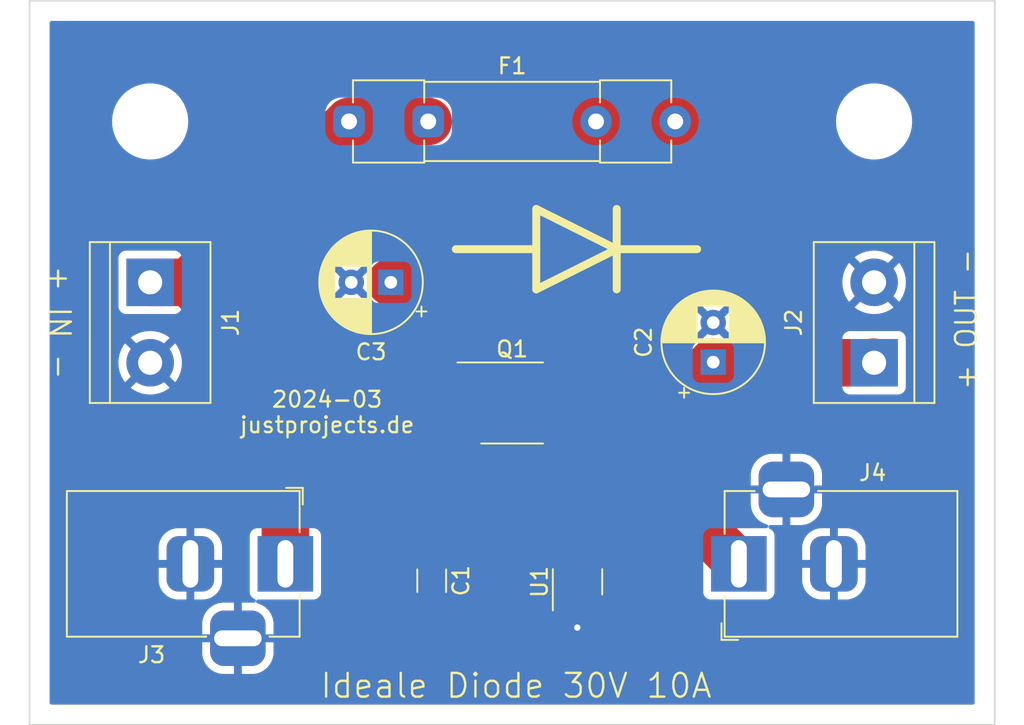
<source format=kicad_pcb>
(kicad_pcb (version 20221018) (generator pcbnew)
  (layers (0 "F.Cu" signal) (31 "B.Cu" signal) (34 "B.Paste" user) (35 "F.Paste" user) (36 "B.SilkS" user "B.Silkscreen") (37 "F.SilkS" user "F.Silkscreen") (38 "B.Mask" user) (39 "F.Mask" user) (44 "Edge.Cuts" user))
  (net 0 "")
  (net 1 "Net-(U1-VCAP)")
  (net 2 "VOUT")
  (net 3 "GND")
  (net 4 "VIN")
  (net 5 "Net-(Q1-G)")
  (net 6 "/VIN_F1")
  (footprint "MountingHole:MountingHole_4.3mm_M4" (layer "F.Cu") (at 119.38 81.85)
    (fp_text reference "REF**" hide)
    (fp_text value "MountingHole_4.3mm_M4")
    (pad "" np_thru_hole circle (at 0 0) (size 4.3 4.3) (drill 4.3) (layers "*.Cu" "*.Mask"))
  )
  (footprint "Fuse:Fuseholder_Clip-5x20mm_Littelfuse_519_Inline_P20.60x5.00mm_D1.00mm_Horizontal" (layer "F.Cu") (at 131.94 81.85)
    (fp_text reference "F1" (at 10.3 -3.5) (layer "F.SilkS"))
    (fp_text value "10A")
    (fp_line (start 0.25 -2.6) (end 0.25 -1.2) (stroke (width 0.12)) (layer "F.SilkS"))
    (fp_line (start 0.25 2.6) (end 0.25 1.2) (stroke (width 0.12)) (layer "F.SilkS"))
    (fp_line (start 4.75 -2.6) (end 0.25 -2.6) (stroke (width 0.12)) (layer "F.SilkS"))
    (fp_line (start 4.75 -2.6) (end 4.75 -1.2) (stroke (width 0.12)) (layer "F.SilkS"))
    (fp_line (start 4.75 2.6) (end 0.25 2.6) (stroke (width 0.12)) (layer "F.SilkS"))
    (fp_line (start 4.75 2.6) (end 4.75 1.2) (stroke (width 0.12)) (layer "F.SilkS"))
    (fp_line (start 15.85 -2.6) (end 15.85 -1.2) (stroke (width 0.12)) (layer "F.SilkS"))
    (fp_line (start 15.85 -2.5) (end 4.75 -2.5) (stroke (width 0.12)) (layer "F.SilkS"))
    (fp_line (start 15.85 2.5) (end 4.75 2.5) (stroke (width 0.12)) (layer "F.SilkS"))
    (fp_line (start 15.85 2.6) (end 15.85 1.2) (stroke (width 0.12)) (layer "F.SilkS"))
    (fp_line (start 15.85 2.6) (end 20.35 2.6) (stroke (width 0.12)) (layer "F.SilkS"))
    (fp_line (start 20.35 -2.6) (end 15.85 -2.6) (stroke (width 0.12)) (layer "F.SilkS"))
    (fp_line (start 20.35 -1.2) (end 20.35 -2.6) (stroke (width 0.12)) (layer "F.SilkS"))
    (fp_line (start 20.35 1.2) (end 20.35 2.6) (stroke (width 0.12)) (layer "F.SilkS"))
    (pad "1" thru_hole roundrect (at 0 0) (size 2 2) (drill 1) (layers "*.Cu" "*.Mask") (net 4 "VIN"))
    (pad "1" thru_hole roundrect (at 5 0) (size 2 2) (drill 1) (layers "*.Cu" "*.Mask") (net 4 "VIN"))
    (pad "2" thru_hole circle (at 15.6 0) (size 2 2) (drill 1) (layers "*.Cu" "*.Mask") (net 6 "/VIN_F1"))
    (pad "2" thru_hole circle (at 20.6 0) (size 2 2) (drill 1) (layers "*.Cu" "*.Mask") (net 6 "/VIN_F1"))
  )
  (footprint "Connector_BarrelJack:BarrelJack_Horizontal" (layer "F.Cu") (at 127.92 109.79)
    (fp_text reference "J3" (at -8.45 5.75) (layer "F.SilkS"))
    (fp_text value "Barrel_Jack_Switch" hide)
    (fp_line (start -13.8 -4.6) (end 0.9 -4.6) (stroke (width 0.12)) (layer "F.SilkS"))
    (fp_line (start -13.8 4.6) (end -13.8 -4.6) (stroke (width 0.12)) (layer "F.SilkS"))
    (fp_line (start -5 4.6) (end -13.8 4.6) (stroke (width 0.12)) (layer "F.SilkS"))
    (fp_line (start 0.05 -4.8) (end 1.1 -4.8) (stroke (width 0.12)) (layer "F.SilkS"))
    (fp_line (start 0.9 -4.6) (end 0.9 -2) (stroke (width 0.12)) (layer "F.SilkS"))
    (fp_line (start 0.9 1.9) (end 0.9 4.6) (stroke (width 0.12)) (layer "F.SilkS"))
    (fp_line (start 0.9 4.6) (end -1 4.6) (stroke (width 0.12)) (layer "F.SilkS"))
    (fp_line (start 1.1 -3.75) (end 1.1 -4.8) (stroke (width 0.12)) (layer "F.SilkS"))
    (pad "1" thru_hole rect (at 0 0) (size 3.5 3.5) (drill oval 1 3) (layers "*.Cu" "*.Mask") (net 4 "VIN"))
    (pad "2" thru_hole roundrect (at -6 0) (size 3 3.5) (drill oval 1 3) (layers "*.Cu" "*.Mask") (net 3 "GND"))
    (pad "3" thru_hole roundrect (at -3 4.7) (size 3.5 3.5) (drill oval 3 1) (layers "*.Cu" "*.Mask") (net 3 "GND"))
  )
  (footprint "TerminalBlock:TerminalBlock_bornier-2_P5.08mm" (layer "F.Cu") (at 165.1 97.09 90)
    (fp_text reference "J2" (at 2.54 -5.08 90) (layer "F.SilkS"))
    (fp_text value "Screw_Terminal_01x02" hide)
    (fp_line (start -2.54 -3.81) (end -2.54 3.81) (stroke (width 0.12)) (layer "F.SilkS"))
    (fp_line (start -2.54 3.81) (end 7.62 3.81) (stroke (width 0.12)) (layer "F.SilkS"))
    (fp_line (start 7.62 -3.81) (end -2.54 -3.81) (stroke (width 0.12)) (layer "F.SilkS"))
    (fp_line (start 7.62 2.54) (end -2.54 2.54) (stroke (width 0.12)) (layer "F.SilkS"))
    (fp_line (start 7.62 3.81) (end 7.62 -3.81) (stroke (width 0.12)) (layer "F.SilkS"))
    (pad "1" thru_hole rect (at 0 0 90) (size 3 3) (drill 1.52) (layers "*.Cu" "*.Mask") (net 2 "VOUT"))
    (pad "2" thru_hole circle (at 5.08 0 90) (size 3 3) (drill 1.52) (layers "*.Cu" "*.Mask") (net 3 "GND"))
  )
  (footprint "Package_SO:SOIC-8_3.9x4.9mm_P1.27mm" (layer "F.Cu") (at 142.24 99.63)
    (fp_text reference "Q1" (at 0 -3.4) (layer "F.SilkS"))
    (fp_text value "IRF8721PBF-1")
    (fp_line (start 0 -2.56) (end -3.45 -2.56) (stroke (width 0.12)) (layer "F.SilkS"))
    (fp_line (start 0 -2.56) (end 1.95 -2.56) (stroke (width 0.12)) (layer "F.SilkS"))
    (fp_line (start 0 2.56) (end -1.95 2.56) (stroke (width 0.12)) (layer "F.SilkS"))
    (fp_line (start 0 2.56) (end 1.95 2.56) (stroke (width 0.12)) (layer "F.SilkS"))
    (pad "1" smd roundrect (at -2.475 -1.905) (size 1.95 0.6) (layers "F.Cu" "F.Paste" "F.Mask") (net 6 "/VIN_F1"))
    (pad "2" smd roundrect (at -2.475 -0.635) (size 1.95 0.6) (layers "F.Cu" "F.Paste" "F.Mask") (net 6 "/VIN_F1"))
    (pad "3" smd roundrect (at -2.475 0.635) (size 1.95 0.6) (layers "F.Cu" "F.Paste" "F.Mask") (net 6 "/VIN_F1"))
    (pad "4" smd roundrect (at -2.475 1.905) (size 1.95 0.6) (layers "F.Cu" "F.Paste" "F.Mask") (net 5 "Net-(Q1-G)"))
    (pad "5" smd roundrect (at 2.475 1.905) (size 1.95 0.6) (layers "F.Cu" "F.Paste" "F.Mask") (net 2 "VOUT"))
    (pad "6" smd roundrect (at 2.475 0.635) (size 1.95 0.6) (layers "F.Cu" "F.Paste" "F.Mask") (net 2 "VOUT"))
    (pad "7" smd roundrect (at 2.475 -0.635) (size 1.95 0.6) (layers "F.Cu" "F.Paste" "F.Mask") (net 2 "VOUT"))
    (pad "8" smd roundrect (at 2.475 -1.905) (size 1.95 0.6) (layers "F.Cu" "F.Paste" "F.Mask") (net 2 "VOUT"))
  )
  (footprint "Capacitor_THT:CP_Radial_D6.3mm_P2.50mm" (layer "F.Cu") (at 134.58 92.01 180)
    (fp_text reference "C3" (at 1.25 -4.4) (layer "F.SilkS"))
    (fp_text value "47uF")
    (fp_line (start -2.250241 -1.839) (end -1.620241 -1.839) (stroke (width 0.12)) (layer "F.SilkS"))
    (fp_line (start -1.935241 -2.154) (end -1.935241 -1.524) (stroke (width 0.12)) (layer "F.SilkS"))
    (fp_line (start 1.25 -3.23) (end 1.25 3.23) (stroke (width 0.12)) (layer "F.SilkS"))
    (fp_line (start 1.29 -3.23) (end 1.29 3.23) (stroke (width 0.12)) (layer "F.SilkS"))
    (fp_line (start 1.33 -3.23) (end 1.33 3.23) (stroke (width 0.12)) (layer "F.SilkS"))
    (fp_line (start 1.37 -3.228) (end 1.37 3.228) (stroke (width 0.12)) (layer "F.SilkS"))
    (fp_line (start 1.41 -3.227) (end 1.41 3.227) (stroke (width 0.12)) (layer "F.SilkS"))
    (fp_line (start 1.45 -3.224) (end 1.45 3.224) (stroke (width 0.12)) (layer "F.SilkS"))
    (fp_line (start 1.49 -3.222) (end 1.49 -1.04) (stroke (width 0.12)) (layer "F.SilkS"))
    (fp_line (start 1.49 1.04) (end 1.49 3.222) (stroke (width 0.12)) (layer "F.SilkS"))
    (fp_line (start 1.53 -3.218) (end 1.53 -1.04) (stroke (width 0.12)) (layer "F.SilkS"))
    (fp_line (start 1.53 1.04) (end 1.53 3.218) (stroke (width 0.12)) (layer "F.SilkS"))
    (fp_line (start 1.57 -3.215) (end 1.57 -1.04) (stroke (width 0.12)) (layer "F.SilkS"))
    (fp_line (start 1.57 1.04) (end 1.57 3.215) (stroke (width 0.12)) (layer "F.SilkS"))
    (fp_line (start 1.61 -3.211) (end 1.61 -1.04) (stroke (width 0.12)) (layer "F.SilkS"))
    (fp_line (start 1.61 1.04) (end 1.61 3.211) (stroke (width 0.12)) (layer "F.SilkS"))
    (fp_line (start 1.65 -3.206) (end 1.65 -1.04) (stroke (width 0.12)) (layer "F.SilkS"))
    (fp_line (start 1.65 1.04) (end 1.65 3.206) (stroke (width 0.12)) (layer "F.SilkS"))
    (fp_line (start 1.69 -3.201) (end 1.69 -1.04) (stroke (width 0.12)) (layer "F.SilkS"))
    (fp_line (start 1.69 1.04) (end 1.69 3.201) (stroke (width 0.12)) (layer "F.SilkS"))
    (fp_line (start 1.73 -3.195) (end 1.73 -1.04) (stroke (width 0.12)) (layer "F.SilkS"))
    (fp_line (start 1.73 1.04) (end 1.73 3.195) (stroke (width 0.12)) (layer "F.SilkS"))
    (fp_line (start 1.77 -3.189) (end 1.77 -1.04) (stroke (width 0.12)) (layer "F.SilkS"))
    (fp_line (start 1.77 1.04) (end 1.77 3.189) (stroke (width 0.12)) (layer "F.SilkS"))
    (fp_line (start 1.81 -3.182) (end 1.81 -1.04) (stroke (width 0.12)) (layer "F.SilkS"))
    (fp_line (start 1.81 1.04) (end 1.81 3.182) (stroke (width 0.12)) (layer "F.SilkS"))
    (fp_line (start 1.85 -3.175) (end 1.85 -1.04) (stroke (width 0.12)) (layer "F.SilkS"))
    (fp_line (start 1.85 1.04) (end 1.85 3.175) (stroke (width 0.12)) (layer "F.SilkS"))
    (fp_line (start 1.89 -3.167) (end 1.89 -1.04) (stroke (width 0.12)) (layer "F.SilkS"))
    (fp_line (start 1.89 1.04) (end 1.89 3.167) (stroke (width 0.12)) (layer "F.SilkS"))
    (fp_line (start 1.93 -3.159) (end 1.93 -1.04) (stroke (width 0.12)) (layer "F.SilkS"))
    (fp_line (start 1.93 1.04) (end 1.93 3.159) (stroke (width 0.12)) (layer "F.SilkS"))
    (fp_line (start 1.971 -3.15) (end 1.971 -1.04) (stroke (width 0.12)) (layer "F.SilkS"))
    (fp_line (start 1.971 1.04) (end 1.971 3.15) (stroke (width 0.12)) (layer "F.SilkS"))
    (fp_line (start 2.011 -3.141) (end 2.011 -1.04) (stroke (width 0.12)) (layer "F.SilkS"))
    (fp_line (start 2.011 1.04) (end 2.011 3.141) (stroke (width 0.12)) (layer "F.SilkS"))
    (fp_line (start 2.051 -3.131) (end 2.051 -1.04) (stroke (width 0.12)) (layer "F.SilkS"))
    (fp_line (start 2.051 1.04) (end 2.051 3.131) (stroke (width 0.12)) (layer "F.SilkS"))
    (fp_line (start 2.091 -3.121) (end 2.091 -1.04) (stroke (width 0.12)) (layer "F.SilkS"))
    (fp_line (start 2.091 1.04) (end 2.091 3.121) (stroke (width 0.12)) (layer "F.SilkS"))
    (fp_line (start 2.131 -3.11) (end 2.131 -1.04) (stroke (width 0.12)) (layer "F.SilkS"))
    (fp_line (start 2.131 1.04) (end 2.131 3.11) (stroke (width 0.12)) (layer "F.SilkS"))
    (fp_line (start 2.171 -3.098) (end 2.171 -1.04) (stroke (width 0.12)) (layer "F.SilkS"))
    (fp_line (start 2.171 1.04) (end 2.171 3.098) (stroke (width 0.12)) (layer "F.SilkS"))
    (fp_line (start 2.211 -3.086) (end 2.211 -1.04) (stroke (width 0.12)) (layer "F.SilkS"))
    (fp_line (start 2.211 1.04) (end 2.211 3.086) (stroke (width 0.12)) (layer "F.SilkS"))
    (fp_line (start 2.251 -3.074) (end 2.251 -1.04) (stroke (width 0.12)) (layer "F.SilkS"))
    (fp_line (start 2.251 1.04) (end 2.251 3.074) (stroke (width 0.12)) (layer "F.SilkS"))
    (fp_line (start 2.291 -3.061) (end 2.291 -1.04) (stroke (width 0.12)) (layer "F.SilkS"))
    (fp_line (start 2.291 1.04) (end 2.291 3.061) (stroke (width 0.12)) (layer "F.SilkS"))
    (fp_line (start 2.331 -3.047) (end 2.331 -1.04) (stroke (width 0.12)) (layer "F.SilkS"))
    (fp_line (start 2.331 1.04) (end 2.331 3.047) (stroke (width 0.12)) (layer "F.SilkS"))
    (fp_line (start 2.371 -3.033) (end 2.371 -1.04) (stroke (width 0.12)) (layer "F.SilkS"))
    (fp_line (start 2.371 1.04) (end 2.371 3.033) (stroke (width 0.12)) (layer "F.SilkS"))
    (fp_line (start 2.411 -3.018) (end 2.411 -1.04) (stroke (width 0.12)) (layer "F.SilkS"))
    (fp_line (start 2.411 1.04) (end 2.411 3.018) (stroke (width 0.12)) (layer "F.SilkS"))
    (fp_line (start 2.451 -3.002) (end 2.451 -1.04) (stroke (width 0.12)) (layer "F.SilkS"))
    (fp_line (start 2.451 1.04) (end 2.451 3.002) (stroke (width 0.12)) (layer "F.SilkS"))
    (fp_line (start 2.491 -2.986) (end 2.491 -1.04) (stroke (width 0.12)) (layer "F.SilkS"))
    (fp_line (start 2.491 1.04) (end 2.491 2.986) (stroke (width 0.12)) (layer "F.SilkS"))
    (fp_line (start 2.531 -2.97) (end 2.531 -1.04) (stroke (width 0.12)) (layer "F.SilkS"))
    (fp_line (start 2.531 1.04) (end 2.531 2.97) (stroke (width 0.12)) (layer "F.SilkS"))
    (fp_line (start 2.571 -2.952) (end 2.571 -1.04) (stroke (width 0.12)) (layer "F.SilkS"))
    (fp_line (start 2.571 1.04) (end 2.571 2.952) (stroke (width 0.12)) (layer "F.SilkS"))
    (fp_line (start 2.611 -2.934) (end 2.611 -1.04) (stroke (width 0.12)) (layer "F.SilkS"))
    (fp_line (start 2.611 1.04) (end 2.611 2.934) (stroke (width 0.12)) (layer "F.SilkS"))
    (fp_line (start 2.651 -2.916) (end 2.651 -1.04) (stroke (width 0.12)) (layer "F.SilkS"))
    (fp_line (start 2.651 1.04) (end 2.651 2.916) (stroke (width 0.12)) (layer "F.SilkS"))
    (fp_line (start 2.691 -2.896) (end 2.691 -1.04) (stroke (width 0.12)) (layer "F.SilkS"))
    (fp_line (start 2.691 1.04) (end 2.691 2.896) (stroke (width 0.12)) (layer "F.SilkS"))
    (fp_line (start 2.731 -2.876) (end 2.731 -1.04) (stroke (width 0.12)) (layer "F.SilkS"))
    (fp_line (start 2.731 1.04) (end 2.731 2.876) (stroke (width 0.12)) (layer "F.SilkS"))
    (fp_line (start 2.771 -2.856) (end 2.771 -1.04) (stroke (width 0.12)) (layer "F.SilkS"))
    (fp_line (start 2.771 1.04) (end 2.771 2.856) (stroke (width 0.12)) (layer "F.SilkS"))
    (fp_line (start 2.811 -2.834) (end 2.811 -1.04) (stroke (width 0.12)) (layer "F.SilkS"))
    (fp_line (start 2.811 1.04) (end 2.811 2.834) (stroke (width 0.12)) (layer "F.SilkS"))
    (fp_line (start 2.851 -2.812) (end 2.851 -1.04) (stroke (width 0.12)) (layer "F.SilkS"))
    (fp_line (start 2.851 1.04) (end 2.851 2.812) (stroke (width 0.12)) (layer "F.SilkS"))
    (fp_line (start 2.891 -2.79) (end 2.891 -1.04) (stroke (width 0.12)) (layer "F.SilkS"))
    (fp_line (start 2.891 1.04) (end 2.891 2.79) (stroke (width 0.12)) (layer "F.SilkS"))
    (fp_line (start 2.931 -2.766) (end 2.931 -1.04) (stroke (width 0.12)) (layer "F.SilkS"))
    (fp_line (start 2.931 1.04) (end 2.931 2.766) (stroke (width 0.12)) (layer "F.SilkS"))
    (fp_line (start 2.971 -2.742) (end 2.971 -1.04) (stroke (width 0.12)) (layer "F.SilkS"))
    (fp_line (start 2.971 1.04) (end 2.971 2.742) (stroke (width 0.12)) (layer "F.SilkS"))
    (fp_line (start 3.011 -2.716) (end 3.011 -1.04) (stroke (width 0.12)) (layer "F.SilkS"))
    (fp_line (start 3.011 1.04) (end 3.011 2.716) (stroke (width 0.12)) (layer "F.SilkS"))
    (fp_line (start 3.051 -2.69) (end 3.051 -1.04) (stroke (width 0.12)) (layer "F.SilkS"))
    (fp_line (start 3.051 1.04) (end 3.051 2.69) (stroke (width 0.12)) (layer "F.SilkS"))
    (fp_line (start 3.091 -2.664) (end 3.091 -1.04) (stroke (width 0.12)) (layer "F.SilkS"))
    (fp_line (start 3.091 1.04) (end 3.091 2.664) (stroke (width 0.12)) (layer "F.SilkS"))
    (fp_line (start 3.131 -2.636) (end 3.131 -1.04) (stroke (width 0.12)) (layer "F.SilkS"))
    (fp_line (start 3.131 1.04) (end 3.131 2.636) (stroke (width 0.12)) (layer "F.SilkS"))
    (fp_line (start 3.171 -2.607) (end 3.171 -1.04) (stroke (width 0.12)) (layer "F.SilkS"))
    (fp_line (start 3.171 1.04) (end 3.171 2.607) (stroke (width 0.12)) (layer "F.SilkS"))
    (fp_line (start 3.211 -2.578) (end 3.211 -1.04) (stroke (width 0.12)) (layer "F.SilkS"))
    (fp_line (start 3.211 1.04) (end 3.211 2.578) (stroke (width 0.12)) (layer "F.SilkS"))
    (fp_line (start 3.251 -2.548) (end 3.251 -1.04) (stroke (width 0.12)) (layer "F.SilkS"))
    (fp_line (start 3.251 1.04) (end 3.251 2.548) (stroke (width 0.12)) (layer "F.SilkS"))
    (fp_line (start 3.291 -2.516) (end 3.291 -1.04) (stroke (width 0.12)) (layer "F.SilkS"))
    (fp_line (start 3.291 1.04) (end 3.291 2.516) (stroke (width 0.12)) (layer "F.SilkS"))
    (fp_line (start 3.331 -2.484) (end 3.331 -1.04) (stroke (width 0.12)) (layer "F.SilkS"))
    (fp_line (start 3.331 1.04) (end 3.331 2.484) (stroke (width 0.12)) (layer "F.SilkS"))
    (fp_line (start 3.371 -2.45) (end 3.371 -1.04) (stroke (width 0.12)) (layer "F.SilkS"))
    (fp_line (start 3.371 1.04) (end 3.371 2.45) (stroke (width 0.12)) (layer "F.SilkS"))
    (fp_line (start 3.411 -2.416) (end 3.411 -1.04) (stroke (width 0.12)) (layer "F.SilkS"))
    (fp_line (start 3.411 1.04) (end 3.411 2.416) (stroke (width 0.12)) (layer "F.SilkS"))
    (fp_line (start 3.451 -2.38) (end 3.451 -1.04) (stroke (width 0.12)) (layer "F.SilkS"))
    (fp_line (start 3.451 1.04) (end 3.451 2.38) (stroke (width 0.12)) (layer "F.SilkS"))
    (fp_line (start 3.491 -2.343) (end 3.491 -1.04) (stroke (width 0.12)) (layer "F.SilkS"))
    (fp_line (start 3.491 1.04) (end 3.491 2.343) (stroke (width 0.12)) (layer "F.SilkS"))
    (fp_line (start 3.531 -2.305) (end 3.531 -1.04) (stroke (width 0.12)) (layer "F.SilkS"))
    (fp_line (start 3.531 1.04) (end 3.531 2.305) (stroke (width 0.12)) (layer "F.SilkS"))
    (fp_line (start 3.571 -2.265) (end 3.571 2.265) (stroke (width 0.12)) (layer "F.SilkS"))
    (fp_line (start 3.611 -2.224) (end 3.611 2.224) (stroke (width 0.12)) (layer "F.SilkS"))
    (fp_line (start 3.651 -2.182) (end 3.651 2.182) (stroke (width 0.12)) (layer "F.SilkS"))
    (fp_line (start 3.691 -2.137) (end 3.691 2.137) (stroke (width 0.12)) (layer "F.SilkS"))
    (fp_line (start 3.731 -2.092) (end 3.731 2.092) (stroke (width 0.12)) (layer "F.SilkS"))
    (fp_line (start 3.771 -2.044) (end 3.771 2.044) (stroke (width 0.12)) (layer "F.SilkS"))
    (fp_line (start 3.811 -1.995) (end 3.811 1.995) (stroke (width 0.12)) (layer "F.SilkS"))
    (fp_line (start 3.851 -1.944) (end 3.851 1.944) (stroke (width 0.12)) (layer "F.SilkS"))
    (fp_line (start 3.891 -1.89) (end 3.891 1.89) (stroke (width 0.12)) (layer "F.SilkS"))
    (fp_line (start 3.931 -1.834) (end 3.931 1.834) (stroke (width 0.12)) (layer "F.SilkS"))
    (fp_line (start 3.971 -1.776) (end 3.971 1.776) (stroke (width 0.12)) (layer "F.SilkS"))
    (fp_line (start 4.011 -1.714) (end 4.011 1.714) (stroke (width 0.12)) (layer "F.SilkS"))
    (fp_line (start 4.051 -1.65) (end 4.051 1.65) (stroke (width 0.12)) (layer "F.SilkS"))
    (fp_line (start 4.091 -1.581) (end 4.091 1.581) (stroke (width 0.12)) (layer "F.SilkS"))
    (fp_line (start 4.131 -1.509) (end 4.131 1.509) (stroke (width 0.12)) (layer "F.SilkS"))
    (fp_line (start 4.171 -1.432) (end 4.171 1.432) (stroke (width 0.12)) (layer "F.SilkS"))
    (fp_line (start 4.211 -1.35) (end 4.211 1.35) (stroke (width 0.12)) (layer "F.SilkS"))
    (fp_line (start 4.251 -1.262) (end 4.251 1.262) (stroke (width 0.12)) (layer "F.SilkS"))
    (fp_line (start 4.291 -1.165) (end 4.291 1.165) (stroke (width 0.12)) (layer "F.SilkS"))
    (fp_line (start 4.331 -1.059) (end 4.331 1.059) (stroke (width 0.12)) (layer "F.SilkS"))
    (fp_line (start 4.371 -0.94) (end 4.371 0.94) (stroke (width 0.12)) (layer "F.SilkS"))
    (fp_line (start 4.411 -0.802) (end 4.411 0.802) (stroke (width 0.12)) (layer "F.SilkS"))
    (fp_line (start 4.451 -0.633) (end 4.451 0.633) (stroke (width 0.12)) (layer "F.SilkS"))
    (fp_line (start 4.491 -0.402) (end 4.491 0.402) (stroke (width 0.12)) (layer "F.SilkS"))
    (fp_circle (center 1.25 0) (end 4.52 0) (stroke (width 0.12)) (fill none) (layer "F.SilkS"))
    (pad "1" thru_hole rect (at 0 0 180) (size 1.6 1.6) (drill 0.8) (layers "*.Cu" "*.Mask") (net 6 "/VIN_F1"))
    (pad "2" thru_hole circle (at 2.5 0 180) (size 1.6 1.6) (drill 0.8) (layers "*.Cu" "*.Mask") (net 3 "GND"))
  )
  (footprint "Capacitor_THT:CP_Radial_D6.3mm_P2.50mm" (layer "F.Cu") (at 154.94 97.05 90)
    (fp_text reference "C2" (at 1.25 -4.4 90) (layer "F.SilkS"))
    (fp_text value "47uF")
    (fp_line (start -2.250241 -1.839) (end -1.620241 -1.839) (stroke (width 0.12)) (layer "F.SilkS"))
    (fp_line (start -1.935241 -2.154) (end -1.935241 -1.524) (stroke (width 0.12)) (layer "F.SilkS"))
    (fp_line (start 1.25 -3.23) (end 1.25 3.23) (stroke (width 0.12)) (layer "F.SilkS"))
    (fp_line (start 1.29 -3.23) (end 1.29 3.23) (stroke (width 0.12)) (layer "F.SilkS"))
    (fp_line (start 1.33 -3.23) (end 1.33 3.23) (stroke (width 0.12)) (layer "F.SilkS"))
    (fp_line (start 1.37 -3.228) (end 1.37 3.228) (stroke (width 0.12)) (layer "F.SilkS"))
    (fp_line (start 1.41 -3.227) (end 1.41 3.227) (stroke (width 0.12)) (layer "F.SilkS"))
    (fp_line (start 1.45 -3.224) (end 1.45 3.224) (stroke (width 0.12)) (layer "F.SilkS"))
    (fp_line (start 1.49 -3.222) (end 1.49 -1.04) (stroke (width 0.12)) (layer "F.SilkS"))
    (fp_line (start 1.49 1.04) (end 1.49 3.222) (stroke (width 0.12)) (layer "F.SilkS"))
    (fp_line (start 1.53 -3.218) (end 1.53 -1.04) (stroke (width 0.12)) (layer "F.SilkS"))
    (fp_line (start 1.53 1.04) (end 1.53 3.218) (stroke (width 0.12)) (layer "F.SilkS"))
    (fp_line (start 1.57 -3.215) (end 1.57 -1.04) (stroke (width 0.12)) (layer "F.SilkS"))
    (fp_line (start 1.57 1.04) (end 1.57 3.215) (stroke (width 0.12)) (layer "F.SilkS"))
    (fp_line (start 1.61 -3.211) (end 1.61 -1.04) (stroke (width 0.12)) (layer "F.SilkS"))
    (fp_line (start 1.61 1.04) (end 1.61 3.211) (stroke (width 0.12)) (layer "F.SilkS"))
    (fp_line (start 1.65 -3.206) (end 1.65 -1.04) (stroke (width 0.12)) (layer "F.SilkS"))
    (fp_line (start 1.65 1.04) (end 1.65 3.206) (stroke (width 0.12)) (layer "F.SilkS"))
    (fp_line (start 1.69 -3.201) (end 1.69 -1.04) (stroke (width 0.12)) (layer "F.SilkS"))
    (fp_line (start 1.69 1.04) (end 1.69 3.201) (stroke (width 0.12)) (layer "F.SilkS"))
    (fp_line (start 1.73 -3.195) (end 1.73 -1.04) (stroke (width 0.12)) (layer "F.SilkS"))
    (fp_line (start 1.73 1.04) (end 1.73 3.195) (stroke (width 0.12)) (layer "F.SilkS"))
    (fp_line (start 1.77 -3.189) (end 1.77 -1.04) (stroke (width 0.12)) (layer "F.SilkS"))
    (fp_line (start 1.77 1.04) (end 1.77 3.189) (stroke (width 0.12)) (layer "F.SilkS"))
    (fp_line (start 1.81 -3.182) (end 1.81 -1.04) (stroke (width 0.12)) (layer "F.SilkS"))
    (fp_line (start 1.81 1.04) (end 1.81 3.182) (stroke (width 0.12)) (layer "F.SilkS"))
    (fp_line (start 1.85 -3.175) (end 1.85 -1.04) (stroke (width 0.12)) (layer "F.SilkS"))
    (fp_line (start 1.85 1.04) (end 1.85 3.175) (stroke (width 0.12)) (layer "F.SilkS"))
    (fp_line (start 1.89 -3.167) (end 1.89 -1.04) (stroke (width 0.12)) (layer "F.SilkS"))
    (fp_line (start 1.89 1.04) (end 1.89 3.167) (stroke (width 0.12)) (layer "F.SilkS"))
    (fp_line (start 1.93 -3.159) (end 1.93 -1.04) (stroke (width 0.12)) (layer "F.SilkS"))
    (fp_line (start 1.93 1.04) (end 1.93 3.159) (stroke (width 0.12)) (layer "F.SilkS"))
    (fp_line (start 1.971 -3.15) (end 1.971 -1.04) (stroke (width 0.12)) (layer "F.SilkS"))
    (fp_line (start 1.971 1.04) (end 1.971 3.15) (stroke (width 0.12)) (layer "F.SilkS"))
    (fp_line (start 2.011 -3.141) (end 2.011 -1.04) (stroke (width 0.12)) (layer "F.SilkS"))
    (fp_line (start 2.011 1.04) (end 2.011 3.141) (stroke (width 0.12)) (layer "F.SilkS"))
    (fp_line (start 2.051 -3.131) (end 2.051 -1.04) (stroke (width 0.12)) (layer "F.SilkS"))
    (fp_line (start 2.051 1.04) (end 2.051 3.131) (stroke (width 0.12)) (layer "F.SilkS"))
    (fp_line (start 2.091 -3.121) (end 2.091 -1.04) (stroke (width 0.12)) (layer "F.SilkS"))
    (fp_line (start 2.091 1.04) (end 2.091 3.121) (stroke (width 0.12)) (layer "F.SilkS"))
    (fp_line (start 2.131 -3.11) (end 2.131 -1.04) (stroke (width 0.12)) (layer "F.SilkS"))
    (fp_line (start 2.131 1.04) (end 2.131 3.11) (stroke (width 0.12)) (layer "F.SilkS"))
    (fp_line (start 2.171 -3.098) (end 2.171 -1.04) (stroke (width 0.12)) (layer "F.SilkS"))
    (fp_line (start 2.171 1.04) (end 2.171 3.098) (stroke (width 0.12)) (layer "F.SilkS"))
    (fp_line (start 2.211 -3.086) (end 2.211 -1.04) (stroke (width 0.12)) (layer "F.SilkS"))
    (fp_line (start 2.211 1.04) (end 2.211 3.086) (stroke (width 0.12)) (layer "F.SilkS"))
    (fp_line (start 2.251 -3.074) (end 2.251 -1.04) (stroke (width 0.12)) (layer "F.SilkS"))
    (fp_line (start 2.251 1.04) (end 2.251 3.074) (stroke (width 0.12)) (layer "F.SilkS"))
    (fp_line (start 2.291 -3.061) (end 2.291 -1.04) (stroke (width 0.12)) (layer "F.SilkS"))
    (fp_line (start 2.291 1.04) (end 2.291 3.061) (stroke (width 0.12)) (layer "F.SilkS"))
    (fp_line (start 2.331 -3.047) (end 2.331 -1.04) (stroke (width 0.12)) (layer "F.SilkS"))
    (fp_line (start 2.331 1.04) (end 2.331 3.047) (stroke (width 0.12)) (layer "F.SilkS"))
    (fp_line (start 2.371 -3.033) (end 2.371 -1.04) (stroke (width 0.12)) (layer "F.SilkS"))
    (fp_line (start 2.371 1.04) (end 2.371 3.033) (stroke (width 0.12)) (layer "F.SilkS"))
    (fp_line (start 2.411 -3.018) (end 2.411 -1.04) (stroke (width 0.12)) (layer "F.SilkS"))
    (fp_line (start 2.411 1.04) (end 2.411 3.018) (stroke (width 0.12)) (layer "F.SilkS"))
    (fp_line (start 2.451 -3.002) (end 2.451 -1.04) (stroke (width 0.12)) (layer "F.SilkS"))
    (fp_line (start 2.451 1.04) (end 2.451 3.002) (stroke (width 0.12)) (layer "F.SilkS"))
    (fp_line (start 2.491 -2.986) (end 2.491 -1.04) (stroke (width 0.12)) (layer "F.SilkS"))
    (fp_line (start 2.491 1.04) (end 2.491 2.986) (stroke (width 0.12)) (layer "F.SilkS"))
    (fp_line (start 2.531 -2.97) (end 2.531 -1.04) (stroke (width 0.12)) (layer "F.SilkS"))
    (fp_line (start 2.531 1.04) (end 2.531 2.97) (stroke (width 0.12)) (layer "F.SilkS"))
    (fp_line (start 2.571 -2.952) (end 2.571 -1.04) (stroke (width 0.12)) (layer "F.SilkS"))
    (fp_line (start 2.571 1.04) (end 2.571 2.952) (stroke (width 0.12)) (layer "F.SilkS"))
    (fp_line (start 2.611 -2.934) (end 2.611 -1.04) (stroke (width 0.12)) (layer "F.SilkS"))
    (fp_line (start 2.611 1.04) (end 2.611 2.934) (stroke (width 0.12)) (layer "F.SilkS"))
    (fp_line (start 2.651 -2.916) (end 2.651 -1.04) (stroke (width 0.12)) (layer "F.SilkS"))
    (fp_line (start 2.651 1.04) (end 2.651 2.916) (stroke (width 0.12)) (layer "F.SilkS"))
    (fp_line (start 2.691 -2.896) (end 2.691 -1.04) (stroke (width 0.12)) (layer "F.SilkS"))
    (fp_line (start 2.691 1.04) (end 2.691 2.896) (stroke (width 0.12)) (layer "F.SilkS"))
    (fp_line (start 2.731 -2.876) (end 2.731 -1.04) (stroke (width 0.12)) (layer "F.SilkS"))
    (fp_line (start 2.731 1.04) (end 2.731 2.876) (stroke (width 0.12)) (layer "F.SilkS"))
    (fp_line (start 2.771 -2.856) (end 2.771 -1.04) (stroke (width 0.12)) (layer "F.SilkS"))
    (fp_line (start 2.771 1.04) (end 2.771 2.856) (stroke (width 0.12)) (layer "F.SilkS"))
    (fp_line (start 2.811 -2.834) (end 2.811 -1.04) (stroke (width 0.12)) (layer "F.SilkS"))
    (fp_line (start 2.811 1.04) (end 2.811 2.834) (stroke (width 0.12)) (layer "F.SilkS"))
    (fp_line (start 2.851 -2.812) (end 2.851 -1.04) (stroke (width 0.12)) (layer "F.SilkS"))
    (fp_line (start 2.851 1.04) (end 2.851 2.812) (stroke (width 0.12)) (layer "F.SilkS"))
    (fp_line (start 2.891 -2.79) (end 2.891 -1.04) (stroke (width 0.12)) (layer "F.SilkS"))
    (fp_line (start 2.891 1.04) (end 2.891 2.79) (stroke (width 0.12)) (layer "F.SilkS"))
    (fp_line (start 2.931 -2.766) (end 2.931 -1.04) (stroke (width 0.12)) (layer "F.SilkS"))
    (fp_line (start 2.931 1.04) (end 2.931 2.766) (stroke (width 0.12)) (layer "F.SilkS"))
    (fp_line (start 2.971 -2.742) (end 2.971 -1.04) (stroke (width 0.12)) (layer "F.SilkS"))
    (fp_line (start 2.971 1.04) (end 2.971 2.742) (stroke (width 0.12)) (layer "F.SilkS"))
    (fp_line (start 3.011 -2.716) (end 3.011 -1.04) (stroke (width 0.12)) (layer "F.SilkS"))
    (fp_line (start 3.011 1.04) (end 3.011 2.716) (stroke (width 0.12)) (layer "F.SilkS"))
    (fp_line (start 3.051 -2.69) (end 3.051 -1.04) (stroke (width 0.12)) (layer "F.SilkS"))
    (fp_line (start 3.051 1.04) (end 3.051 2.69) (stroke (width 0.12)) (layer "F.SilkS"))
    (fp_line (start 3.091 -2.664) (end 3.091 -1.04) (stroke (width 0.12)) (layer "F.SilkS"))
    (fp_line (start 3.091 1.04) (end 3.091 2.664) (stroke (width 0.12)) (layer "F.SilkS"))
    (fp_line (start 3.131 -2.636) (end 3.131 -1.04) (stroke (width 0.12)) (layer "F.SilkS"))
    (fp_line (start 3.131 1.04) (end 3.131 2.636) (stroke (width 0.12)) (layer "F.SilkS"))
    (fp_line (start 3.171 -2.607) (end 3.171 -1.04) (stroke (width 0.12)) (layer "F.SilkS"))
    (fp_line (start 3.171 1.04) (end 3.171 2.607) (stroke (width 0.12)) (layer "F.SilkS"))
    (fp_line (start 3.211 -2.578) (end 3.211 -1.04) (stroke (width 0.12)) (layer "F.SilkS"))
    (fp_line (start 3.211 1.04) (end 3.211 2.578) (stroke (width 0.12)) (layer "F.SilkS"))
    (fp_line (start 3.251 -2.548) (end 3.251 -1.04) (stroke (width 0.12)) (layer "F.SilkS"))
    (fp_line (start 3.251 1.04) (end 3.251 2.548) (stroke (width 0.12)) (layer "F.SilkS"))
    (fp_line (start 3.291 -2.516) (end 3.291 -1.04) (stroke (width 0.12)) (layer "F.SilkS"))
    (fp_line (start 3.291 1.04) (end 3.291 2.516) (stroke (width 0.12)) (layer "F.SilkS"))
    (fp_line (start 3.331 -2.484) (end 3.331 -1.04) (stroke (width 0.12)) (layer "F.SilkS"))
    (fp_line (start 3.331 1.04) (end 3.331 2.484) (stroke (width 0.12)) (layer "F.SilkS"))
    (fp_line (start 3.371 -2.45) (end 3.371 -1.04) (stroke (width 0.12)) (layer "F.SilkS"))
    (fp_line (start 3.371 1.04) (end 3.371 2.45) (stroke (width 0.12)) (layer "F.SilkS"))
    (fp_line (start 3.411 -2.416) (end 3.411 -1.04) (stroke (width 0.12)) (layer "F.SilkS"))
    (fp_line (start 3.411 1.04) (end 3.411 2.416) (stroke (width 0.12)) (layer "F.SilkS"))
    (fp_line (start 3.451 -2.38) (end 3.451 -1.04) (stroke (width 0.12)) (layer "F.SilkS"))
    (fp_line (start 3.451 1.04) (end 3.451 2.38) (stroke (width 0.12)) (layer "F.SilkS"))
    (fp_line (start 3.491 -2.343) (end 3.491 -1.04) (stroke (width 0.12)) (layer "F.SilkS"))
    (fp_line (start 3.491 1.04) (end 3.491 2.343) (stroke (width 0.12)) (layer "F.SilkS"))
    (fp_line (start 3.531 -2.305) (end 3.531 -1.04) (stroke (width 0.12)) (layer "F.SilkS"))
    (fp_line (start 3.531 1.04) (end 3.531 2.305) (stroke (width 0.12)) (layer "F.SilkS"))
    (fp_line (start 3.571 -2.265) (end 3.571 2.265) (stroke (width 0.12)) (layer "F.SilkS"))
    (fp_line (start 3.611 -2.224) (end 3.611 2.224) (stroke (width 0.12)) (layer "F.SilkS"))
    (fp_line (start 3.651 -2.182) (end 3.651 2.182) (stroke (width 0.12)) (layer "F.SilkS"))
    (fp_line (start 3.691 -2.137) (end 3.691 2.137) (stroke (width 0.12)) (layer "F.SilkS"))
    (fp_line (start 3.731 -2.092) (end 3.731 2.092) (stroke (width 0.12)) (layer "F.SilkS"))
    (fp_line (start 3.771 -2.044) (end 3.771 2.044) (stroke (width 0.12)) (layer "F.SilkS"))
    (fp_line (start 3.811 -1.995) (end 3.811 1.995) (stroke (width 0.12)) (layer "F.SilkS"))
    (fp_line (start 3.851 -1.944) (end 3.851 1.944) (stroke (width 0.12)) (layer "F.SilkS"))
    (fp_line (start 3.891 -1.89) (end 3.891 1.89) (stroke (width 0.12)) (layer "F.SilkS"))
    (fp_line (start 3.931 -1.834) (end 3.931 1.834) (stroke (width 0.12)) (layer "F.SilkS"))
    (fp_line (start 3.971 -1.776) (end 3.971 1.776) (stroke (width 0.12)) (layer "F.SilkS"))
    (fp_line (start 4.011 -1.714) (end 4.011 1.714) (stroke (width 0.12)) (layer "F.SilkS"))
    (fp_line (start 4.051 -1.65) (end 4.051 1.65) (stroke (width 0.12)) (layer "F.SilkS"))
    (fp_line (start 4.091 -1.581) (end 4.091 1.581) (stroke (width 0.12)) (layer "F.SilkS"))
    (fp_line (start 4.131 -1.509) (end 4.131 1.509) (stroke (width 0.12)) (layer "F.SilkS"))
    (fp_line (start 4.171 -1.432) (end 4.171 1.432) (stroke (width 0.12)) (layer "F.SilkS"))
    (fp_line (start 4.211 -1.35) (end 4.211 1.35) (stroke (width 0.12)) (layer "F.SilkS"))
    (fp_line (start 4.251 -1.262) (end 4.251 1.262) (stroke (width 0.12)) (layer "F.SilkS"))
    (fp_line (start 4.291 -1.165) (end 4.291 1.165) (stroke (width 0.12)) (layer "F.SilkS"))
    (fp_line (start 4.331 -1.059) (end 4.331 1.059) (stroke (width 0.12)) (layer "F.SilkS"))
    (fp_line (start 4.371 -0.94) (end 4.371 0.94) (stroke (width 0.12)) (layer "F.SilkS"))
    (fp_line (start 4.411 -0.802) (end 4.411 0.802) (stroke (width 0.12)) (layer "F.SilkS"))
    (fp_line (start 4.451 -0.633) (end 4.451 0.633) (stroke (width 0.12)) (layer "F.SilkS"))
    (fp_line (start 4.491 -0.402) (end 4.491 0.402) (stroke (width 0.12)) (layer "F.SilkS"))
    (fp_circle (center 1.25 0) (end 4.52 0) (stroke (width 0.12)) (fill none) (layer "F.SilkS"))
    (pad "1" thru_hole rect (at 0 0 90) (size 1.6 1.6) (drill 0.8) (layers "*.Cu" "*.Mask") (net 2 "VOUT"))
    (pad "2" thru_hole circle (at 2.5 0 90) (size 1.6 1.6) (drill 0.8) (layers "*.Cu" "*.Mask") (net 3 "GND"))
  )
  (footprint "MountingHole:MountingHole_4.3mm_M4" (layer "F.Cu") (at 165.1 81.85)
    (fp_text reference "REF**" hide)
    (fp_text value "MountingHole_4.3mm_M4")
    (pad "" np_thru_hole circle (at 0 0) (size 4.3 4.3) (drill 4.3) (layers "*.Cu" "*.Mask"))
  )
  (footprint "Connector_BarrelJack:BarrelJack_Horizontal" (layer "F.Cu") (at 156.56 109.79 180)
    (fp_text reference "J4" (at -8.45 5.75) (layer "F.SilkS"))
    (fp_text value "Barrel_Jack_Switch" hide)
    (fp_line (start -13.8 -4.6) (end 0.9 -4.6) (stroke (width 0.12)) (layer "F.SilkS"))
    (fp_line (start -13.8 4.6) (end -13.8 -4.6) (stroke (width 0.12)) (layer "F.SilkS"))
    (fp_line (start -5 4.6) (end -13.8 4.6) (stroke (width 0.12)) (layer "F.SilkS"))
    (fp_line (start 0.05 -4.8) (end 1.1 -4.8) (stroke (width 0.12)) (layer "F.SilkS"))
    (fp_line (start 0.9 -4.6) (end 0.9 -2) (stroke (width 0.12)) (layer "F.SilkS"))
    (fp_line (start 0.9 1.9) (end 0.9 4.6) (stroke (width 0.12)) (layer "F.SilkS"))
    (fp_line (start 0.9 4.6) (end -1 4.6) (stroke (width 0.12)) (layer "F.SilkS"))
    (fp_line (start 1.1 -3.75) (end 1.1 -4.8) (stroke (width 0.12)) (layer "F.SilkS"))
    (pad "1" thru_hole rect (at 0 0 180) (size 3.5 3.5) (drill oval 1 3) (layers "*.Cu" "*.Mask") (net 2 "VOUT"))
    (pad "2" thru_hole roundrect (at -6 0 180) (size 3 3.5) (drill oval 1 3) (layers "*.Cu" "*.Mask") (net 3 "GND"))
    (pad "3" thru_hole roundrect (at -3 4.7 180) (size 3.5 3.5) (drill oval 3 1) (layers "*.Cu" "*.Mask") (net 3 "GND"))
  )
  (footprint "Package_TO_SOT_SMD:SOT-23-6" (layer "F.Cu") (at 146.37 110.9275 90)
    (fp_text reference "U1" (at 0 -2.4 90) (layer "F.SilkS"))
    (fp_text value "LM74700")
    (fp_line (start 0 -1.56) (end -1.8 -1.56) (stroke (width 0.12)) (layer "F.SilkS"))
    (fp_line (start 0 -1.56) (end 0.8 -1.56) (stroke (width 0.12)) (layer "F.SilkS"))
    (fp_line (start 0 1.56) (end -0.8 1.56) (stroke (width 0.12)) (layer "F.SilkS"))
    (fp_line (start 0 1.56) (end 0.8 1.56) (stroke (width 0.12)) (layer "F.SilkS"))
    (pad "1" smd roundrect (at -1.1375 -0.95 90) (size 1.325 0.6) (layers "F.Cu" "F.Paste" "F.Mask") (net 1 "Net-(U1-VCAP)"))
    (pad "2" smd roundrect (at -1.1375 0 90) (size 1.325 0.6) (layers "F.Cu" "F.Paste" "F.Mask") (net 3 "GND"))
    (pad "3" smd roundrect (at -1.1375 0.95 90) (size 1.325 0.6) (layers "F.Cu" "F.Paste" "F.Mask") (net 6 "/VIN_F1"))
    (pad "4" smd roundrect (at 1.1375 0.95 90) (size 1.325 0.6) (layers "F.Cu" "F.Paste" "F.Mask") (net 2 "VOUT"))
    (pad "5" smd roundrect (at 1.1375 0 90) (size 1.325 0.6) (layers "F.Cu" "F.Paste" "F.Mask") (net 5 "Net-(Q1-G)"))
    (pad "6" smd roundrect (at 1.1375 -0.95 90) (size 1.325 0.6) (layers "F.Cu" "F.Paste" "F.Mask") (net 6 "/VIN_F1"))
  )
  (footprint "TerminalBlock:TerminalBlock_bornier-2_P5.08mm" (layer "F.Cu") (at 119.38 92.01 -90)
    (fp_text reference "J1" (at 2.54 -5.08 90) (layer "F.SilkS"))
    (fp_text value "Screw_Terminal_01x02" hide)
    (fp_line (start -2.54 -3.81) (end -2.54 3.81) (stroke (width 0.12)) (layer "F.SilkS"))
    (fp_line (start -2.54 3.81) (end 7.62 3.81) (stroke (width 0.12)) (layer "F.SilkS"))
    (fp_line (start 7.62 -3.81) (end -2.54 -3.81) (stroke (width 0.12)) (layer "F.SilkS"))
    (fp_line (start 7.62 2.54) (end -2.54 2.54) (stroke (width 0.12)) (layer "F.SilkS"))
    (fp_line (start 7.62 3.81) (end 7.62 -3.81) (stroke (width 0.12)) (layer "F.SilkS"))
    (pad "1" thru_hole rect (at 0 0 270) (size 3 3) (drill 1.52) (layers "*.Cu" "*.Mask") (net 4 "VIN"))
    (pad "2" thru_hole circle (at 5.08 0 270) (size 3 3) (drill 1.52) (layers "*.Cu" "*.Mask") (net 3 "GND"))
  )
  (footprint "Capacitor_SMD:C_1206_3216Metric" (layer "F.Cu") (at 137.16 110.855 -90)
    (fp_text reference "C1" (at 0 -1.85 90) (layer "F.SilkS"))
    (fp_text value "100nF")
    (fp_line (start -0.711252 -0.91) (end 0.711252 -0.91) (stroke (width 0.12)) (layer "F.SilkS"))
    (fp_line (start -0.711252 0.91) (end 0.711252 0.91) (stroke (width 0.12)) (layer "F.SilkS"))
    (pad "1" smd roundrect (at -1.475 0 270) (size 1.15 1.8) (layers "F.Cu" "F.Paste" "F.Mask") (roundrect_rratio 0.217391) (net 6 "/VIN_F1"))
    (pad "2" smd roundrect (at 1.475 0 270) (size 1.15 1.8) (layers "F.Cu" "F.Paste" "F.Mask") (roundrect_rratio 0.217391) (net 1 "Net-(U1-VCAP)"))
  )
  (gr_line (start 148.844 89.916) (end 143.764 92.456) (stroke (width 0.5)) (layer "F.SilkS"))
  (gr_line (start 143.764 89.916) (end 138.684 89.916) (stroke (width 0.5)) (layer "F.SilkS"))
  (gr_line (start 143.764 87.376) (end 148.844 89.916) (stroke (width 0.5)) (layer "F.SilkS"))
  (gr_line (start 148.844 87.376) (end 148.844 92.456) (stroke (width 0.5)) (layer "F.SilkS"))
  (gr_line (start 143.764 92.456) (end 143.764 87.376) (stroke (width 0.5)) (layer "F.SilkS"))
  (gr_line (start 148.844 89.916) (end 153.924 89.916) (stroke (width 0.5)) (layer "F.SilkS"))
  (gr_rect (start 111.76 74.23) (end 172.72 119.95) (stroke (width 0.1)) (fill none) (layer "Edge.Cuts"))
  (gr_text "+ IN -" (at 112.902373 90.86397 270) (layer "F.SilkS") (effects (font (size 1.3 1.3)) (justify left bottom)))
  (gr_text "Ideale Diode 30V 10A" (at 142.494 118.364) (layer "F.SilkS") (effects (font (size 1.5 1.5)) (justify bottom)))
  (gr_text "+ OUT -" (at 171.673161 98.907486 90) (layer "F.SilkS") (effects (font (size 1.3 1.3)) (justify left bottom)))
  (gr_text "2024-03\njustprojects.de" (at 130.556 101.6) (layer "F.SilkS") (effects (font (size 1 1)) (justify bottom)))
  (segment (start 141.975 112.33) (end 137.16 112.33) (width 0.25) (layer "F.Cu") (net 1))
  (segment (start 145.42 112.065) (end 142.24 112.065) (width 0.25) (layer "F.Cu") (net 1))
  (segment (start 142.24 112.065) (end 141.975 112.33) (width 0.25) (layer "F.Cu") (net 1))
  (segment (start 154.98 97.09) (end 154.94 97.05) (width 3) (layer "F.Cu") (net 2))
  (segment (start 144.715 97.725) (end 144.715 101.535) (width 3) (layer "F.Cu") (net 2))
  (segment (start 165.06 97.05) (end 165.1 97.09) (width 3) (layer "F.Cu") (net 2))
  (segment (start 165.1 97.09) (end 154.98 97.09) (width 3) (layer "F.Cu") (net 2))
  (segment (start 156.56 109.79) (end 154.94 108.17) (width 3) (layer "F.Cu") (net 2))
  (segment (start 154.265 97.725) (end 154.94 97.05) (width 3) (layer "F.Cu") (net 2))
  (segment (start 144.715 101.535) (end 147.32 104.14) (width 0.25) (layer "F.Cu") (net 2))
  (segment (start 147.32 104.14) (end 147.32 109.79) (width 0.25) (layer "F.Cu") (net 2))
  (segment (start 144.715 97.725) (end 154.265 97.725) (width 3) (layer "F.Cu") (net 2))
  (segment (start 154.94 108.17) (end 154.94 97.05) (width 3) (layer "F.Cu") (net 2))
  (segment (start 146.37 112.065) (end 146.37 113.799507) (width 0.25) (layer "F.Cu") (net 3))
  (segment (start 146.37 113.799507) (end 146.356304 113.813203) (width 0.25) (layer "F.Cu") (net 3))
  (via (at 146.356304 113.813203) (size 0.8) (drill 0.4) (layers "F.Cu" "B.Cu") (net 3))
  (segment (start 119.38 92.01) (end 121.78 92.01) (width 3) (layer "F.Cu") (net 4))
  (segment (start 121.78 92.01) (end 131.94 81.85) (width 3) (layer "F.Cu") (net 4))
  (segment (start 127.92 109.79) (end 127.92 98.15) (width 3) (layer "F.Cu") (net 4))
  (segment (start 127.92 98.15) (end 121.78 92.01) (width 3) (layer "F.Cu") (net 4))
  (segment (start 131.94 81.85) (end 136.94 81.85) (width 3) (layer "F.Cu") (net 4))
  (segment (start 146.37 109.79) (end 146.37 108.14) (width 0.25) (layer "F.Cu") (net 5))
  (segment (start 146.37 108.14) (end 139.765 101.535) (width 0.25) (layer "F.Cu") (net 5))
  (segment (start 146.994999 111.0775) (end 146.0675 111.0775) (width 0.25) (layer "F.Cu") (net 6))
  (segment (start 145.42 110.43) (end 145.42 109.79) (width 0.25) (layer "F.Cu") (net 6))
  (segment (start 145.42 109.79) (end 142.24 109.79) (width 0.25) (layer "F.Cu") (net 6))
  (segment (start 138.495 100.265) (end 137.16 101.6) (width 0.25) (layer "F.Cu") (net 6))
  (segment (start 137.16 92.01) (end 134.58 92.01) (width 3) (layer "F.Cu") (net 6))
  (segment (start 147.54 81.85) (end 147.32 81.85) (width 3) (layer "F.Cu") (net 6))
  (segment (start 147.32 112.065) (end 147.32 111.402501) (width 0.25) (layer "F.Cu") (net 6))
  (segment (start 147.32 81.85) (end 137.16 92.01) (width 3) (layer "F.Cu") (net 6))
  (segment (start 137.16 101.6) (end 137.16 109.38) (width 0.25) (layer "F.Cu") (net 6))
  (segment (start 134.58 92.01) (end 137.095 92.01) (width 3) (layer "F.Cu") (net 6))
  (segment (start 147.54 81.85) (end 149.86 81.85) (width 3) (layer "F.Cu") (net 6))
  (segment (start 139.765 94.68) (end 139.765 98.995) (width 3) (layer "F.Cu") (net 6))
  (segment (start 139.765 100.265) (end 138.495 100.265) (width 0.25) (layer "F.Cu") (net 6))
  (segment (start 141.83 109.38) (end 137.16 109.38) (width 0.25) (layer "F.Cu") (net 6))
  (segment (start 149.86 81.85) (end 152.54 81.85) (width 3) (layer "F.Cu") (net 6))
  (segment (start 146.0675 111.0775) (end 145.42 110.43) (width 0.25) (layer "F.Cu") (net 6))
  (segment (start 142.24 109.79) (end 141.83 109.38) (width 0.25) (layer "F.Cu") (net 6))
  (segment (start 137.095 92.01) (end 139.765 94.68) (width 3) (layer "F.Cu") (net 6))
  (segment (start 147.32 111.402501) (end 146.994999 111.0775) (width 0.25) (layer "F.Cu") (net 6))
  (segment (start 152.54 81.85) (end 149.99 81.85) (width 3) (layer "F.Cu") (net 6))
  (zone (net 3) (net_name "GND") (layer "B.Cu") (connect_pads (clearance 0.5)) (min_thickness 0.25) (fill yes (thermal_gap 0.5) (thermal_bridge_width 0.5))
    (polygon (pts (xy 113.03 75.5) (xy 113.03 118.68) (xy 171.45 118.68) (xy 171.45 75.5)))
  )
)
</source>
